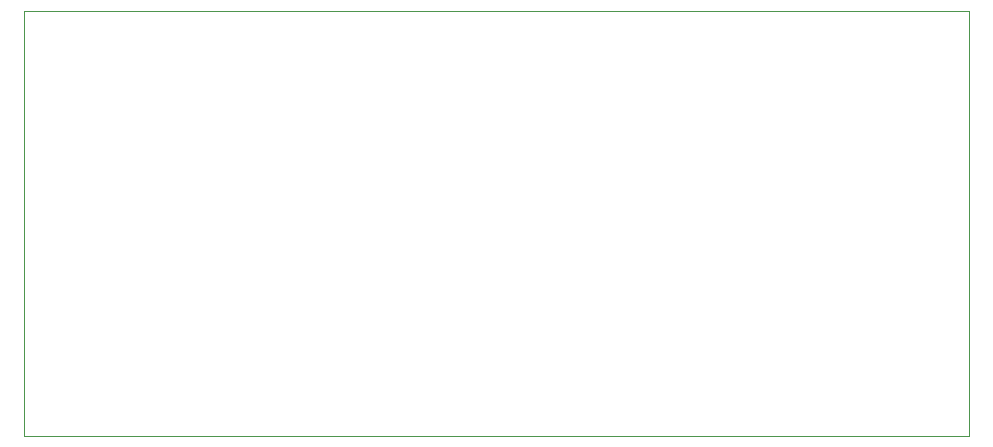
<source format=gm1>
%TF.GenerationSoftware,KiCad,Pcbnew,8.0.8*%
%TF.CreationDate,2025-01-29T16:57:42+00:00*%
%TF.ProjectId,ec30_1x7_r6_mh_0.1,65633330-5f31-4783-975f-72365f6d685f,v0.1*%
%TF.SameCoordinates,PX8d24d00PY37ca3a0*%
%TF.FileFunction,Profile,NP*%
%FSLAX46Y46*%
G04 Gerber Fmt 4.6, Leading zero omitted, Abs format (unit mm)*
G04 Created by KiCad (PCBNEW 8.0.8) date 2025-01-29 16:57:42*
%MOMM*%
%LPD*%
G01*
G04 APERTURE LIST*
%TA.AperFunction,Profile*%
%ADD10C,0.050000*%
%TD*%
G04 APERTURE END LIST*
D10*
X-40000000Y18000000D02*
X40000000Y18000000D01*
X40000000Y-18000000D01*
X-40000000Y-18000000D01*
X-40000000Y18000000D01*
M02*

</source>
